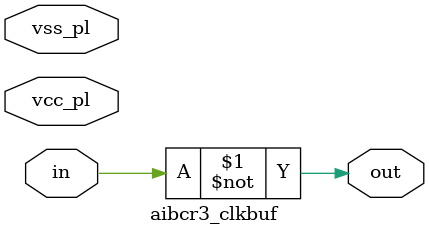
<source format=v>

module aibcr3_clkbuf ( out, vcc_pl, vss_pl, in );

output  out;

inout  vcc_pl, vss_pl;

input  in;

// List of primary aliased buses


//FIXIT in CASE 405142:
assign out = ~in;

/*
sa_invg8_ulvt xinv1_1_ ( .vssesa(vss_pl), .vccesa(vcc_pl), .out(out),
     .in(in));
sa_invg8_ulvt xinv1_0_ ( .vssesa(vss_pl), .vccesa(vcc_pl), .out(out),
     .in(in));
*/
endmodule



</source>
